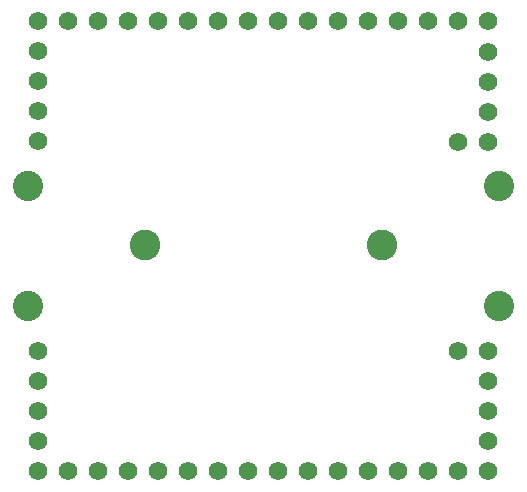
<source format=gbs>
G04 #@! TF.GenerationSoftware,KiCad,Pcbnew,(5.1.5)-3*
G04 #@! TF.CreationDate,2020-08-24T21:30:04-04:00*
G04 #@! TF.ProjectId,power-board,706f7765-722d-4626-9f61-72642e6b6963,v0*
G04 #@! TF.SameCoordinates,Original*
G04 #@! TF.FileFunction,Soldermask,Bot*
G04 #@! TF.FilePolarity,Negative*
%FSLAX46Y46*%
G04 Gerber Fmt 4.6, Leading zero omitted, Abs format (unit mm)*
G04 Created by KiCad (PCBNEW (5.1.5)-3) date 2020-08-24 21:30:04*
%MOMM*%
%LPD*%
G04 APERTURE LIST*
%ADD10C,2.600000*%
%ADD11C,1.565400*%
%ADD12C,2.565400*%
G04 APERTURE END LIST*
D10*
X145000000Y-107950000D03*
X165000000Y-107950000D03*
D11*
X135950000Y-88950000D03*
X138490000Y-88950000D03*
X141030000Y-88950000D03*
X143570000Y-88950000D03*
X146110000Y-88950000D03*
X148650000Y-88950000D03*
X151190000Y-88950000D03*
X153730000Y-88950000D03*
X156270000Y-88950000D03*
X158810000Y-88950000D03*
X161350000Y-88950000D03*
X163890000Y-88950000D03*
X166430000Y-88950000D03*
X168970000Y-88950000D03*
X171510000Y-88950000D03*
X174050000Y-88950000D03*
X174050000Y-127050000D03*
X171510000Y-127050000D03*
X168970000Y-127050000D03*
X166430000Y-127050000D03*
X163890000Y-127050000D03*
X161350000Y-127050000D03*
X158810000Y-127050000D03*
X156270000Y-127050000D03*
X153730000Y-127050000D03*
X151190000Y-127050000D03*
X148650000Y-127050000D03*
X146110000Y-127050000D03*
X143570000Y-127050000D03*
X141030000Y-127050000D03*
X138490000Y-127050000D03*
X135950000Y-127050000D03*
X135950000Y-91490000D03*
X135950000Y-94030000D03*
X135950000Y-96570000D03*
X135950000Y-99110000D03*
X135950000Y-124510000D03*
X135950000Y-121970000D03*
X135950000Y-119430000D03*
X135950000Y-116890000D03*
D12*
X174960000Y-113080000D03*
X135040000Y-113080000D03*
X174960000Y-102920000D03*
X135040000Y-102920000D03*
D11*
X174040000Y-94106200D03*
X174040000Y-99186200D03*
X174040000Y-96646200D03*
X174040000Y-91566200D03*
X171500000Y-99186200D03*
X174050000Y-121969800D03*
X174050000Y-116889800D03*
X174050000Y-119429800D03*
X174050000Y-124509800D03*
X171510000Y-116889800D03*
M02*

</source>
